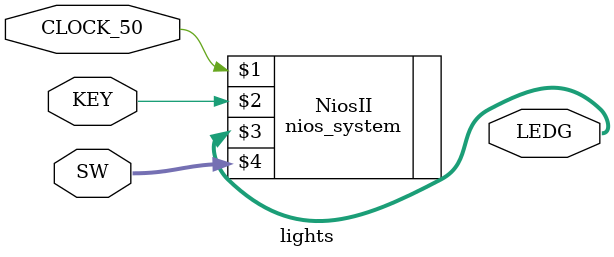
<source format=v>

module lights (SW, KEY, CLOCK_50, LEDG);
input [7:0] SW;
input [0:0] KEY;
input CLOCK_50;
output [7:0] LEDG;
// Instantiate the Nios II system module generated by the SOPC Builder:
// nios_system (clk_0, reset_n, out_port_from_the_LEDs, in_port_to_the_Switches)
nios_system NiosII (CLOCK_50, KEY[0], LEDG, SW);
endmodule
</source>
